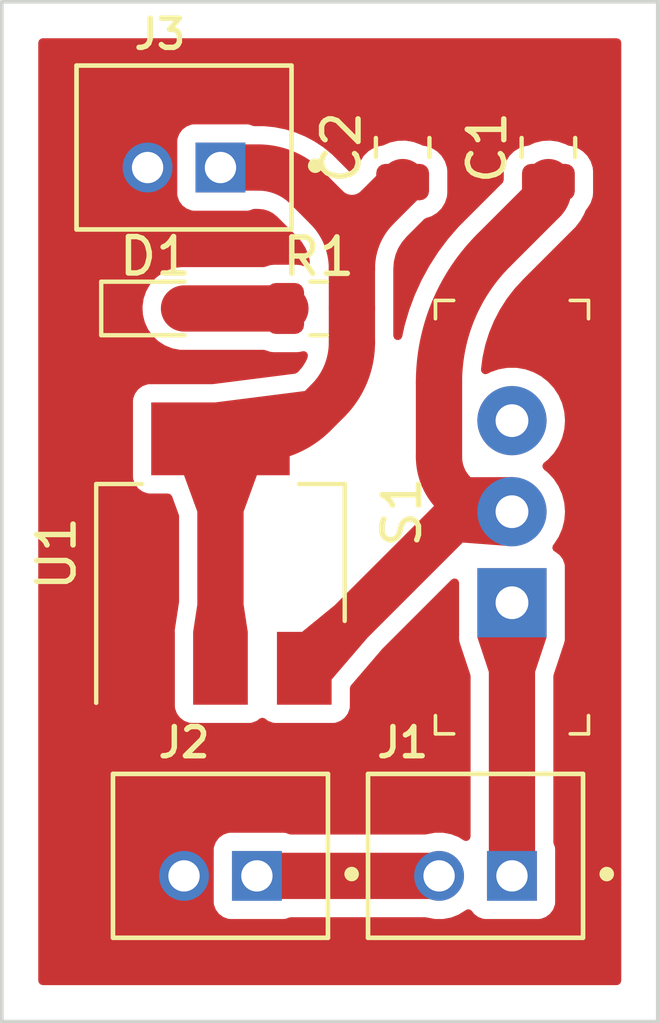
<source format=kicad_pcb>
(kicad_pcb (version 20221018) (generator pcbnew)
  (layers (0 "F.Cu" signal) (31 "B.Cu" signal) (34 "B.Paste" user) (35 "F.Paste" user) (36 "B.SilkS" user "B.Silkscreen") (37 "F.SilkS" user "F.Silkscreen") (38 "B.Mask" user) (39 "F.Mask" user) (44 "Edge.Cuts" user))
  (net 0 "")
  (net 1 "VBAT")
  (net 2 "GND")
  (net 3 "Net-(U1-VO)")
  (net 4 "Net-(D1-A)")
  (net 5 "Net-(J1-Pad1)")
  (net 6 "Net-(J1-Pad2)")
  (footprint "digikey-footprints:Switch_Slide_11.6x4mm_EG1218" (layer "F.Cu") (at 156.0025 104.005435 90)
    (fp_text reference "S1" (at 2.49 -3.02 90) (layer "F.SilkS"))
    (fp_text value "EG1218" hide)
    (fp_line (start -3.6 -2.1) (end -3.6 -1.6) (stroke (width 0.1)) (layer "F.SilkS"))
    (fp_line (start -3.6 -2.1) (end -3.1 -2.1) (stroke (width 0.1)) (layer "F.SilkS"))
    (fp_line (start -3.6 2.1) (end -3.6 1.6) (stroke (width 0.1)) (layer "F.SilkS"))
    (fp_line (start -3.6 2.1) (end -3.1 2.1) (stroke (width 0.1)) (layer "F.SilkS"))
    (fp_line (start 8.3 -2.1) (end 7.8 -2.1) (stroke (width 0.1)) (layer "F.SilkS"))
    (fp_line (start 8.3 -2.1) (end 8.3 -1.6) (stroke (width 0.1)) (layer "F.SilkS"))
    (fp_line (start 8.3 2.1) (end 7.8 2.1) (stroke (width 0.1)) (layer "F.SilkS"))
    (fp_line (start 8.3 2.1) (end 8.3 1.6) (stroke (width 0.1)) (layer "F.SilkS"))
    (pad "1" thru_hole rect (at 0 0 90) (size 1.9 1.9) (drill 0.9) (layers "*.Cu" "*.Mask") (net 5 "Net-(J1-Pad1)"))
    (pad "2" thru_hole circle (at 2.5 0 90) (size 1.9 1.9) (drill 0.9) (layers "*.Cu" "*.Mask") (net 1 "VBAT"))
    (pad "3" thru_hole circle (at 5 0 90) (size 1.9 1.9) (drill 0.9) (layers "*.Cu" "*.Mask"))
  )
  (footprint "B2B_PH_K_S_LF__SN_:JST_B2B-PH-K-S_LF__SN_" (layer "F.Cu") (at 155.0025 110.955435)
    (fp_text reference "J1" (at -2 -3.112685) (layer "F.SilkS") (effects (font (size 0.801205 0.801205))))
    (fp_text value "B2B-PH-K-S_LF__SN_" hide)
    (fp_line (start -2.95 -2.25) (end 2.95 -2.25) (stroke (width 0.127)) (layer "F.SilkS"))
    (fp_line (start -2.95 2.25) (end -2.95 -2.25) (stroke (width 0.127)) (layer "F.SilkS"))
    (fp_line (start 2.95 -2.25) (end 2.95 2.25) (stroke (width 0.127)) (layer "F.SilkS"))
    (fp_line (start 2.95 2.25) (end -2.95 2.25) (stroke (width 0.127)) (layer "F.SilkS"))
    (fp_circle (center 3.6 0.5) (end 3.7 0.5) (stroke (width 0.2)) (fill none) (layer "F.SilkS"))
    (pad "1" thru_hole rect (at 1 0.55) (size 1.368 1.368) (drill 0.86) (layers "*.Cu" "*.Mask") (net 5 "Net-(J1-Pad1)"))
    (pad "2" thru_hole circle (at -1 0.55) (size 1.368 1.368) (drill 0.86) (layers "*.Cu" "*.Mask") (net 6 "Net-(J1-Pad2)"))
  )
  (footprint "B2B_PH_K_S_LF__SN_:JST_B2B-PH-K-S_LF__SN_" (layer "F.Cu") (at 147.0025 91.505435)
    (fp_text reference "J3" (at -0.660995 -3.112685) (layer "F.SilkS") (effects (font (size 0.801205 0.801205))))
    (fp_text value "B2B-PH-K-S_LF__SN_" hide)
    (fp_line (start -2.95 -2.25) (end 2.95 -2.25) (stroke (width 0.127)) (layer "F.SilkS"))
    (fp_line (start -2.95 2.25) (end -2.95 -2.25) (stroke (width 0.127)) (layer "F.SilkS"))
    (fp_line (start 2.95 -2.25) (end 2.95 2.25) (stroke (width 0.127)) (layer "F.SilkS"))
    (fp_line (start 2.95 2.25) (end -2.95 2.25) (stroke (width 0.127)) (layer "F.SilkS"))
    (fp_circle (center 3.6 0.5) (end 3.7 0.5) (stroke (width 0.2)) (fill none) (layer "F.SilkS"))
    (pad "1" thru_hole rect (at 1 0.55) (size 1.368 1.368) (drill 0.86) (layers "*.Cu" "*.Mask") (net 3 "Net-(U1-VO)"))
    (pad "2" thru_hole circle (at -1 0.55) (size 1.368 1.368) (drill 0.86) (layers "*.Cu" "*.Mask") (net 2 "GND"))
  )
  (footprint "Capacitor_SMD:C_0805_2012Metric" (layer "F.Cu") (at 153.0025 91.505435 90)
    (fp_text reference "C2" (at 0 -1.68 90) (layer "F.SilkS"))
    (fp_text value "22 uF" hide)
    (fp_line (start -0.261252 -0.735) (end 0.261252 -0.735) (stroke (width 0.12)) (layer "F.SilkS"))
    (fp_line (start -0.261252 0.735) (end 0.261252 0.735) (stroke (width 0.12)) (layer "F.SilkS"))
    (pad "1" smd roundrect (at -0.95 0 90) (size 1 1.45) (layers "F.Cu" "F.Paste" "F.Mask") (net 3 "Net-(U1-VO)"))
    (pad "2" smd roundrect (at 0.95 0 90) (size 1 1.45) (layers "F.Cu" "F.Paste" "F.Mask") (net 2 "GND"))
  )
  (footprint "Package_TO_SOT_SMD:SOT-223-3_TabPin2" (layer "F.Cu") (at 148.0025 102.655435 90)
    (fp_text reference "U1" (at 0 -4.5 90) (layer "F.SilkS"))
    (fp_text value "AZ1117-3.3" hide)
    (fp_line (start -4.1 -3.41) (end 1.91 -3.41) (stroke (width 0.12)) (layer "F.SilkS"))
    (fp_line (start -1.85 3.41) (end 1.91 3.41) (stroke (width 0.12)) (layer "F.SilkS"))
    (fp_line (start 1.91 -3.41) (end 1.91 -2.15) (stroke (width 0.12)) (layer "F.SilkS"))
    (fp_line (start 1.91 3.41) (end 1.91 2.15) (stroke (width 0.12)) (layer "F.SilkS"))
    (pad "1" smd rect (at -3.15 -2.3 90) (size 2 1.5) (layers "F.Cu" "F.Paste" "F.Mask") (net 2 "GND"))
    (pad "2" smd rect (at -3.15 0 90) (size 2 1.5) (layers "F.Cu" "F.Paste" "F.Mask") (net 3 "Net-(U1-VO)"))
    (pad "2" smd rect (at 3.15 0 90) (size 2 3.8) (layers "F.Cu" "F.Paste" "F.Mask") (net 3 "Net-(U1-VO)"))
    (pad "3" smd rect (at -3.15 2.3 90) (size 2 1.5) (layers "F.Cu" "F.Paste" "F.Mask") (net 1 "VBAT"))
  )
  (footprint "LED_SMD:LED_0603_1608Metric" (layer "F.Cu") (at 146.215 95.925435)
    (fp_text reference "D1" (at 0 -1.43) (layer "F.SilkS"))
    (fp_text value "LED" hide)
    (fp_line (start -1.485 -0.735) (end -1.485 0.735) (stroke (width 0.12)) (layer "F.SilkS"))
    (fp_line (start -1.485 0.735) (end 0.8 0.735) (stroke (width 0.12)) (layer "F.SilkS"))
    (fp_line (start 0.8 -0.735) (end -1.485 -0.735) (stroke (width 0.12)) (layer "F.SilkS"))
    (pad "1" smd roundrect (at -0.7875 0) (size 0.875 0.95) (layers "F.Cu" "F.Paste" "F.Mask") (net 2 "GND"))
    (pad "2" smd roundrect (at 0.7875 0) (size 0.875 0.95) (layers "F.Cu" "F.Paste" "F.Mask") (net 4 "Net-(D1-A)"))
  )
  (footprint "B2B_PH_K_S_LF__SN_:JST_B2B-PH-K-S_LF__SN_" (layer "F.Cu") (at 148.0025 110.955435)
    (fp_text reference "J2" (at -1 -3.112685) (layer "F.SilkS") (effects (font (size 0.801205 0.801205))))
    (fp_text value "B2B-PH-K-S_LF__SN_" hide)
    (fp_line (start -2.95 -2.25) (end 2.95 -2.25) (stroke (width 0.127)) (layer "F.SilkS"))
    (fp_line (start -2.95 2.25) (end -2.95 -2.25) (stroke (width 0.127)) (layer "F.SilkS"))
    (fp_line (start 2.95 -2.25) (end 2.95 2.25) (stroke (width 0.127)) (layer "F.SilkS"))
    (fp_line (start 2.95 2.25) (end -2.95 2.25) (stroke (width 0.127)) (layer "F.SilkS"))
    (fp_circle (center 3.6 0.5) (end 3.7 0.5) (stroke (width 0.2)) (fill none) (layer "F.SilkS"))
    (pad "1" thru_hole rect (at 1 0.55) (size 1.368 1.368) (drill 0.86) (layers "*.Cu" "*.Mask") (net 6 "Net-(J1-Pad2)"))
    (pad "2" thru_hole circle (at -1 0.55) (size 1.368 1.368) (drill 0.86) (layers "*.Cu" "*.Mask") (net 2 "GND"))
  )
  (footprint "Resistor_SMD:R_0805_2012Metric" (layer "F.Cu") (at 150.6975 95.925435 180)
    (fp_text reference "R1" (at 0 1.42) (layer "F.SilkS"))
    (fp_text value "100 ohm" hide)
    (fp_line (start -0.227064 -0.735) (end 0.227064 -0.735) (stroke (width 0.12)) (layer "F.SilkS"))
    (fp_line (start -0.227064 0.735) (end 0.227064 0.735) (stroke (width 0.12)) (layer "F.SilkS"))
    (pad "1" smd roundrect (at -0.9125 0 180) (size 1.025 1.4) (layers "F.Cu" "F.Paste" "F.Mask") (roundrect_rratio 0.243902) (net 3 "Net-(U1-VO)"))
    (pad "2" smd roundrect (at 0.9125 0 180) (size 1.025 1.4) (layers "F.Cu" "F.Paste" "F.Mask") (roundrect_rratio 0.243902) (net 4 "Net-(D1-A)"))
  )
  (footprint "Capacitor_SMD:C_0805_2012Metric" (layer "F.Cu") (at 157.0025 91.505435 90)
    (fp_text reference "C1" (at 0 -1.68 90) (layer "F.SilkS"))
    (fp_text value "10 uF" hide)
    (fp_line (start -0.261252 -0.735) (end 0.261252 -0.735) (stroke (width 0.12)) (layer "F.SilkS"))
    (fp_line (start -0.261252 0.735) (end 0.261252 0.735) (stroke (width 0.12)) (layer "F.SilkS"))
    (pad "1" smd roundrect (at -0.95 0 90) (size 1 1.45) (layers "F.Cu" "F.Paste" "F.Mask") (net 1 "VBAT"))
    (pad "2" smd roundrect (at 0.95 0 90) (size 1 1.45) (layers "F.Cu" "F.Paste" "F.Mask") (net 2 "GND"))
  )
  (gr_rect (start 142.0025 87.505435) (end 160.0025 115.505435) (stroke (width 0.1)) (fill none) (layer "Edge.Cuts"))
  (segment (start 156.871685 92.956249) (end 155.501249 94.326684) (width 1.27) (layer "F.Cu") (net 1))
  (segment (start 155.23375 101.425435) (end 155.31 101.425435) (width 1.27) (layer "F.Cu") (net 1))
  (segment (start 157.0025 92.640435) (end 157.0025 92.455435) (width 1.27) (layer "F.Cu") (net 1))
  (segment (start 154 97.951023) (end 154 100) (width 1.27) (layer "F.Cu") (net 1))
  (segment (start 154.499124 101.089559) (end 154.4175 101.007935) (width 1.27) (layer "F.Cu") (net 1))
  (segment (start 154.292707 101.815227) (end 150.3025 105.805435) (width 1.27) (layer "F.Cu") (net 1))
  (arc (start 155.23375 101.425435) (mid 154.724461 101.526738) (end 154.292707 101.815227) (width 1.27) (layer "F.Cu") (net 1))
  (arc (start 155.501249 94.326684) (mid 154.390161 95.989545) (end 154 97.951023) (width 1.27) (layer "F.Cu") (net 1))
  (arc (start 154.4175 101.007935) (mid 154.108504 100.54549) (end 154 100) (width 1.27) (layer "F.Cu") (net 1))
  (arc (start 155.31 101.425435) (mid 154.871157 101.338143) (end 154.499124 101.089559) (width 1.27) (layer "F.Cu") (net 1))
  (arc (start 157.0025 92.640435) (mid 156.968502 92.811352) (end 156.871685 92.956249) (width 1.27) (layer "F.Cu") (net 1))
  (segment (start 152.30625 93.151685) (end 153.0025 92.455435) (width 1.27) (layer "F.Cu") (net 3))
  (segment (start 151.61 95.925435) (end 151.61 94.832581) (width 1.27) (layer "F.Cu") (net 3))
  (segment (start 150.574251 98.833683) (end 150.94797 98.459963) (width 1.27) (layer "F.Cu") (net 3))
  (segment (start 151.61 96.861685) (end 151.61 95.925435) (width 1.27) (layer "F.Cu") (net 3))
  (segment (start 149.042334 92.055435) (end 148.0025 92.055435) (width 1.27) (layer "F.Cu") (net 3))
  (segment (start 148.0025 100.455435) (end 148.0025 105.805435) (width 1.27) (layer "F.Cu") (net 3))
  (segment (start 150.365625 92.60356) (end 150.91375 93.151685) (width 1.27) (layer "F.Cu") (net 3))
  (arc (start 151.61 96.861685) (mid 151.437944 97.726667) (end 150.94797 98.459963) (width 1.27) (layer "F.Cu") (net 3))
  (arc (start 150.574251 98.833683) (mid 149.830185 99.330852) (end 148.9525 99.505435) (width 1.27) (layer "F.Cu") (net 3))
  (arc (start 150.91375 93.151685) (mid 151.61 93.440081) (end 152.30625 93.151685) (width 1.27) (layer "F.Cu") (net 3))
  (arc (start 150.91375 93.151685) (mid 151.42905 93.922886) (end 151.61 94.832581) (width 1.27) (layer "F.Cu") (net 3))
  (arc (start 152.30625 93.151685) (mid 151.790949 93.922886) (end 151.61 94.832581) (width 1.27) (layer "F.Cu") (net 3))
  (arc (start 148.9525 99.505435) (mid 148.280748 99.783683) (end 148.0025 100.455435) (width 1.27) (layer "F.Cu") (net 3))
  (arc (start 150.365625 92.60356) (mid 149.758493 92.197888) (end 149.042334 92.055435) (width 1.27) (layer "F.Cu") (net 3))
  (segment (start 149.785 95.925435) (end 147.0025 95.925435) (width 1.27) (layer "F.Cu") (net 4))
  (segment (start 156.0025 111.505435) (end 156.0025 104.005435) (width 1.27) (layer "F.Cu") (net 5))
  (segment (start 154.0025 111.505435) (end 149.0025 111.505435) (width 1.27) (layer "F.Cu") (net 6))
  (zone (net 2) (net_name "GND") (layer "F.Cu") (connect_pads yes (clearance 0.5)) (min_thickness 0.25) (fill yes (thermal_gap 0.5) (thermal_bridge_width 0.5))
    (polygon (pts (xy 143.0025 88.505435) (xy 143.0025 114.505435) (xy 159.0025 114.505435) (xy 159.0025 88.505435)))
  )
)
</source>
